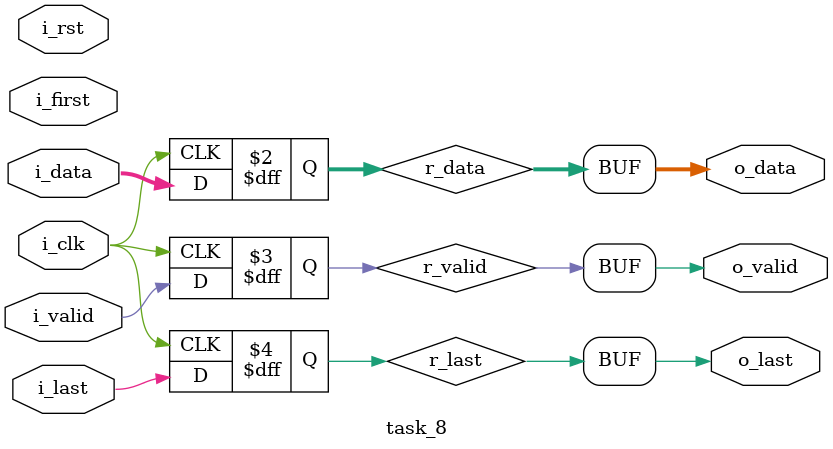
<source format=sv>
`timescale 1ns / 1ps
module task_8 #(
    parameter int TASK_INPUT_WIDTH  = 8,
    parameter int TASK_OUTPUT_WIDTH = 8,
    parameter int INPUT_STREAMS     = 1,
    parameter int OUTPUT_STREAMS    = 1

)(
    input i_clk,
    input i_rst,
    input i_first,
    input i_last,
    input [TASK_INPUT_WIDTH-1:0] i_data,
    input i_valid,
    output reg [TASK_OUTPUT_WIDTH-1:0] o_data,
    output reg o_last,
    output reg o_valid
);

  logic [TASK_OUTPUT_WIDTH-1:0] r_data; // Just a dummy register. Replace with your code.
  logic r_valid; // Just a dummy register. Replace with your code.
  logic r_last; // Just a dummy register. Replace with your code.

  always@(posedge i_clk) begin
    r_data <= i_data; // Just a dummy assignement. Replace with your code.
    r_valid <= i_valid; // Just a dummy assignement. Replace with your code.
    r_last <= i_last; // Just a dummy assignement. Replace with your code.
  end

  assign o_data = r_data; // Just a dummy assignement. Replace with your code.
  assign o_valid = r_valid; // Just a dummy assignement. Replace with your code.
  assign o_last = r_last; // Just a dummy assignement. Replace with your code.


endmodule

</source>
